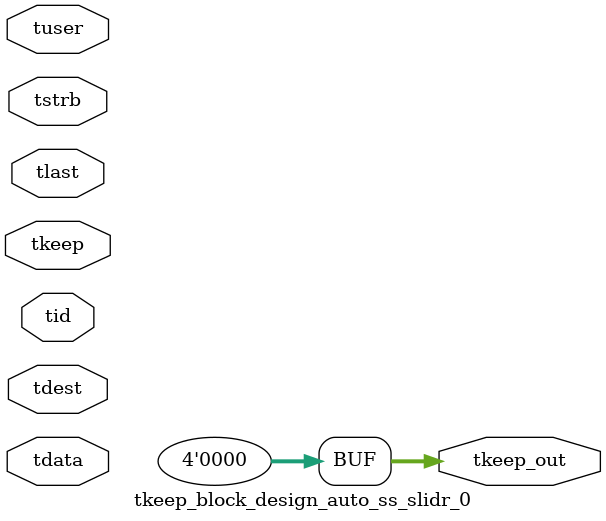
<source format=v>


`timescale 1ps/1ps

module tkeep_block_design_auto_ss_slidr_0 #
(
parameter C_S_AXIS_TDATA_WIDTH = 32,
parameter C_S_AXIS_TUSER_WIDTH = 0,
parameter C_S_AXIS_TID_WIDTH   = 0,
parameter C_S_AXIS_TDEST_WIDTH = 0,
parameter C_M_AXIS_TDATA_WIDTH = 32
)
(
input  [(C_S_AXIS_TDATA_WIDTH == 0 ? 1 : C_S_AXIS_TDATA_WIDTH)-1:0     ] tdata,
input  [(C_S_AXIS_TUSER_WIDTH == 0 ? 1 : C_S_AXIS_TUSER_WIDTH)-1:0     ] tuser,
input  [(C_S_AXIS_TID_WIDTH   == 0 ? 1 : C_S_AXIS_TID_WIDTH)-1:0       ] tid,
input  [(C_S_AXIS_TDEST_WIDTH == 0 ? 1 : C_S_AXIS_TDEST_WIDTH)-1:0     ] tdest,
input  [(C_S_AXIS_TDATA_WIDTH/8)-1:0 ] tkeep,
input  [(C_S_AXIS_TDATA_WIDTH/8)-1:0 ] tstrb,
input                                                                    tlast,
output [(C_M_AXIS_TDATA_WIDTH/8)-1:0 ] tkeep_out
);

assign tkeep_out = {1'b0};

endmodule


</source>
